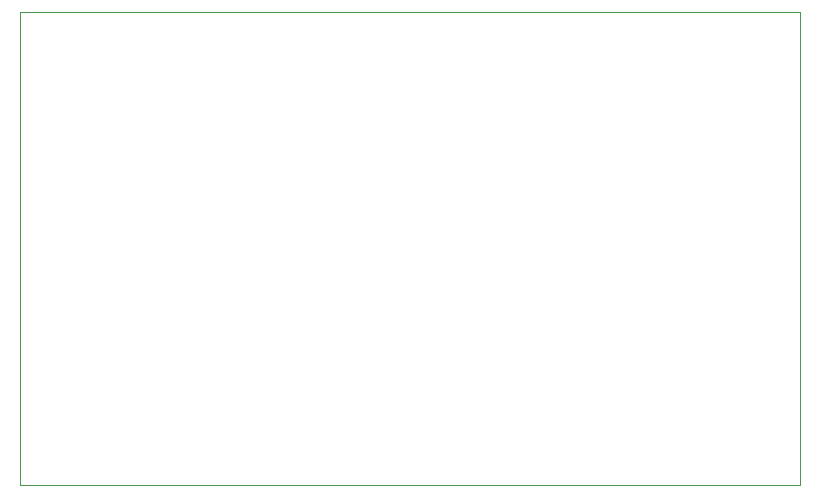
<source format=gbr>
G04 #@! TF.GenerationSoftware,KiCad,Pcbnew,(5.1.2)-2*
G04 #@! TF.CreationDate,2019-07-08T09:46:09+08:00*
G04 #@! TF.ProjectId,active_filter,61637469-7665-45f6-9669-6c7465722e6b,rev?*
G04 #@! TF.SameCoordinates,Original*
G04 #@! TF.FileFunction,Profile,NP*
%FSLAX46Y46*%
G04 Gerber Fmt 4.6, Leading zero omitted, Abs format (unit mm)*
G04 Created by KiCad (PCBNEW (5.1.2)-2) date 2019-07-08 09:46:09*
%MOMM*%
%LPD*%
G04 APERTURE LIST*
%ADD10C,0.050000*%
G04 APERTURE END LIST*
D10*
X109855000Y-71755000D02*
X109855000Y-73025000D01*
X175895000Y-71755000D02*
X109855000Y-71755000D01*
X175895000Y-111760000D02*
X175895000Y-71755000D01*
X109855000Y-73025000D02*
X109855000Y-111760000D01*
X109855000Y-111760000D02*
X175895000Y-111760000D01*
M02*

</source>
